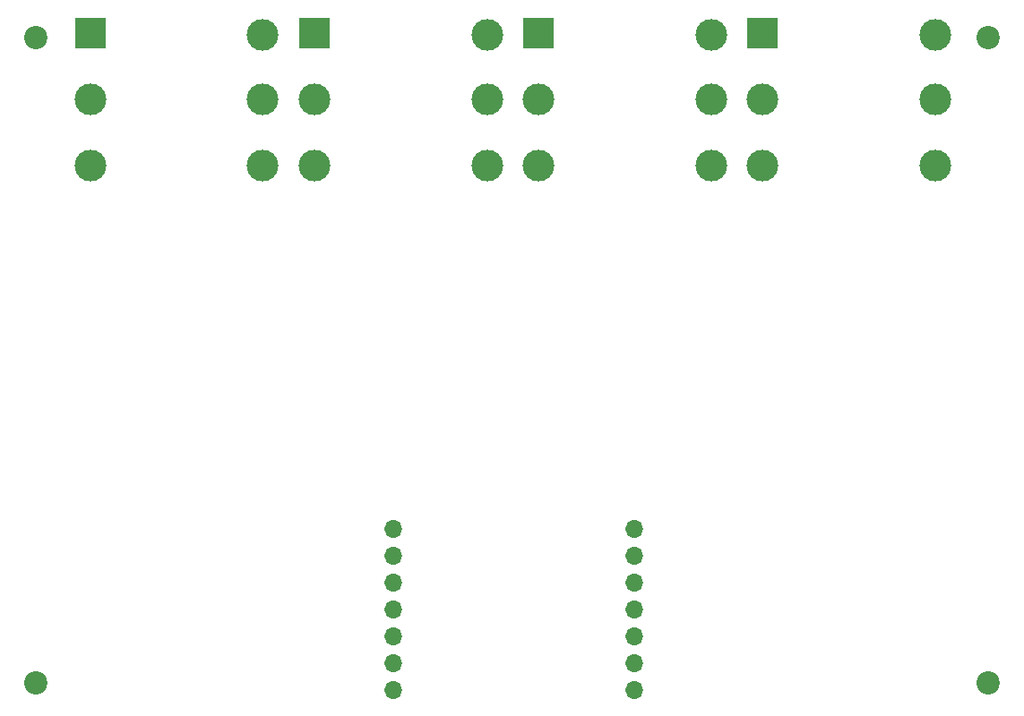
<source format=gbr>
%TF.GenerationSoftware,KiCad,Pcbnew,(7.0.0)*%
%TF.CreationDate,2023-02-28T10:18:03+09:00*%
%TF.ProjectId,footcon,666f6f74-636f-46e2-9e6b-696361645f70,0.10*%
%TF.SameCoordinates,Original*%
%TF.FileFunction,Soldermask,Bot*%
%TF.FilePolarity,Negative*%
%FSLAX46Y46*%
G04 Gerber Fmt 4.6, Leading zero omitted, Abs format (unit mm)*
G04 Created by KiCad (PCBNEW (7.0.0)) date 2023-02-28 10:18:03*
%MOMM*%
%LPD*%
G01*
G04 APERTURE LIST*
%ADD10R,3.000000X3.000000*%
%ADD11C,3.000000*%
%ADD12C,2.200000*%
%ADD13O,1.700000X1.700000*%
G04 APERTURE END LIST*
D10*
%TO.C,J4*%
X169116667Y-72899999D03*
D11*
X169116668Y-79200000D03*
X169116668Y-85500000D03*
X185416668Y-73100000D03*
X185416668Y-79200000D03*
X185416668Y-85500000D03*
%TD*%
D10*
%TO.C,J1*%
X105586667Y-72899999D03*
D11*
X105586668Y-79200000D03*
X105586668Y-85500000D03*
X121886668Y-73100000D03*
X121886668Y-79200000D03*
X121886668Y-85500000D03*
%TD*%
D12*
%TO.C,REF\u002A\u002A*%
X100456668Y-73400000D03*
%TD*%
%TO.C,REF\u002A\u002A*%
X190456668Y-73400000D03*
%TD*%
D13*
%TO.C,REF\u002A\u002A*%
X157036667Y-135074999D03*
X157036667Y-132534999D03*
X157036667Y-129994999D03*
X157036667Y-127454999D03*
X157036667Y-124914999D03*
X157036667Y-122374999D03*
X157036667Y-119834999D03*
%TD*%
D10*
%TO.C,J2*%
X126783333Y-72899999D03*
D11*
X126783334Y-79200000D03*
X126783334Y-85500000D03*
X143083334Y-73100000D03*
X143083334Y-79200000D03*
X143083334Y-85500000D03*
%TD*%
D10*
%TO.C,J3*%
X147949999Y-72899999D03*
D11*
X147950000Y-79200000D03*
X147950000Y-85500000D03*
X164250000Y-73100000D03*
X164250000Y-79200000D03*
X164250000Y-85500000D03*
%TD*%
D12*
%TO.C,REF\u002A\u002A*%
X190456668Y-134400000D03*
%TD*%
D13*
%TO.C,REF\u002A\u002A*%
X134186667Y-119834999D03*
X134186667Y-122374999D03*
X134186667Y-124914999D03*
X134186667Y-127454999D03*
X134186667Y-129994999D03*
X134186667Y-132534999D03*
X134186667Y-135074999D03*
%TD*%
D12*
%TO.C,REF\u002A\u002A*%
X100456668Y-134400000D03*
%TD*%
M02*

</source>
